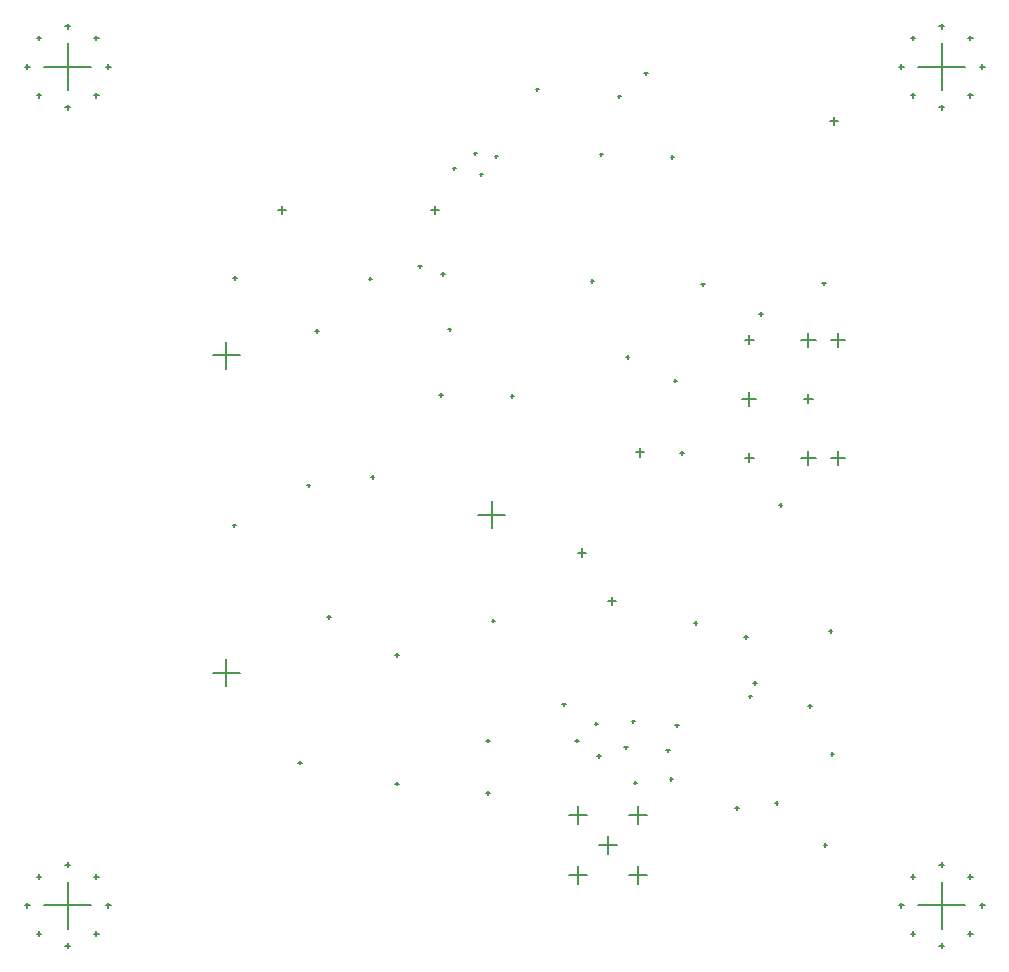
<source format=gbr>
%TF.GenerationSoftware,Altium Limited,Altium Designer,24.2.2 (26)*%
G04 Layer_Color=128*
%FSLAX45Y45*%
%MOMM*%
%TF.SameCoordinates,979FBE80-878B-4EC3-91C7-7055811A0E5A*%
%TF.FilePolarity,Positive*%
%TF.FileFunction,Drillmap*%
%TF.Part,Single*%
G01*
G75*
%TA.AperFunction,NonConductor*%
%ADD52C,0.12700*%
D52*
X14478000Y5905500D02*
X14706599D01*
X14592300Y5791200D02*
Y6019800D01*
X12227560Y4566920D02*
X12456160D01*
X12341860Y4452620D02*
Y4681220D01*
X12227560Y7254240D02*
X12456160D01*
X12341860Y7139940D02*
Y7368540D01*
X14079221Y8483600D02*
X14145261D01*
X14112241Y8450580D02*
Y8516620D01*
X12783820Y8483600D02*
X12849860D01*
X12816840Y8450580D02*
Y8516620D01*
X10800000Y9700000D02*
X11200000D01*
X11000000Y9500000D02*
Y9900000D01*
X10800000Y2600000D02*
X11200000D01*
X11000000Y2400000D02*
Y2800000D01*
X18200000Y2600000D02*
X18600000D01*
X18400000Y2400000D02*
Y2800000D01*
X18200000Y9700000D02*
X18600000D01*
X18400000Y9500000D02*
Y9900000D01*
X17231619Y6888480D02*
X17311620D01*
X17271620Y6848480D02*
Y6928480D01*
X16731619Y7388480D02*
X16811620D01*
X16771620Y7348480D02*
Y7428480D01*
X16731619Y6388480D02*
X16811620D01*
X16771620Y6348480D02*
Y6428480D01*
X17461620Y6388480D02*
X17581619D01*
X17521620Y6328480D02*
Y6448480D01*
X17211620Y6388480D02*
X17331619D01*
X17271620Y6328480D02*
Y6448480D01*
X16711620Y6888480D02*
X16831619D01*
X16771620Y6828480D02*
Y6948480D01*
X17461620Y7388480D02*
X17581619D01*
X17521620Y7328480D02*
Y7448480D01*
X17211620Y7388480D02*
X17331619D01*
X17271620Y7328480D02*
Y7448480D01*
X15244279Y3365500D02*
X15398280D01*
X15321280Y3288500D02*
Y3442500D01*
X15752280Y3365500D02*
X15906281D01*
X15829280Y3288500D02*
Y3442500D01*
X15752280Y2857500D02*
X15906281D01*
X15829280Y2780500D02*
Y2934500D01*
X15244279Y2857500D02*
X15398280D01*
X15321280Y2780500D02*
Y2934500D01*
X15498280Y3111500D02*
X15652280D01*
X15575281Y3034500D02*
Y3188500D01*
X12395440Y5816600D02*
X12425440D01*
X12410440Y5801600D02*
Y5831600D01*
X10737213Y9942467D02*
X10777853D01*
X10757533Y9922147D02*
Y9962787D01*
X10636780Y9700000D02*
X10677420D01*
X10657100Y9679680D02*
Y9720320D01*
X10737213Y9457533D02*
X10777853D01*
X10757533Y9437213D02*
Y9477853D01*
X10979680Y9357100D02*
X11020320D01*
X11000000Y9336780D02*
Y9377420D01*
X11222147Y9457533D02*
X11262787D01*
X11242467Y9437213D02*
Y9477853D01*
X11322580Y9700000D02*
X11363220D01*
X11342900Y9679680D02*
Y9720320D01*
X11222147Y9942467D02*
X11262787D01*
X11242467Y9922147D02*
Y9962787D01*
X10979680Y10042900D02*
X11020320D01*
X11000000Y10022580D02*
Y10063220D01*
X10737213Y2842467D02*
X10777853D01*
X10757533Y2822147D02*
Y2862787D01*
X10636780Y2600000D02*
X10677420D01*
X10657100Y2579680D02*
Y2620320D01*
X10737213Y2357533D02*
X10777853D01*
X10757533Y2337213D02*
Y2377853D01*
X10979680Y2257100D02*
X11020320D01*
X11000000Y2236780D02*
Y2277420D01*
X11222147Y2357533D02*
X11262787D01*
X11242467Y2337213D02*
Y2377853D01*
X11322580Y2600000D02*
X11363220D01*
X11342900Y2579680D02*
Y2620320D01*
X11222147Y2842467D02*
X11262787D01*
X11242467Y2822147D02*
Y2862787D01*
X10979680Y2942900D02*
X11020320D01*
X11000000Y2922580D02*
Y2963220D01*
X18137213Y2842467D02*
X18177853D01*
X18157533Y2822147D02*
Y2862787D01*
X18036780Y2600000D02*
X18077420D01*
X18057100Y2579680D02*
Y2620320D01*
X18137213Y2357533D02*
X18177853D01*
X18157533Y2337213D02*
Y2377853D01*
X18379680Y2257100D02*
X18420320D01*
X18400000Y2236780D02*
Y2277420D01*
X18622147Y2357533D02*
X18662787D01*
X18642467Y2337213D02*
Y2377853D01*
X18722580Y2600000D02*
X18763220D01*
X18742900Y2579680D02*
Y2620320D01*
X18622147Y2842467D02*
X18662787D01*
X18642467Y2822147D02*
Y2862787D01*
X18379680Y2942900D02*
X18420320D01*
X18400000Y2922580D02*
Y2963220D01*
X18137213Y9942467D02*
X18177853D01*
X18157533Y9922147D02*
Y9962787D01*
X18036780Y9700000D02*
X18077420D01*
X18057100Y9679680D02*
Y9720320D01*
X18137213Y9457533D02*
X18177853D01*
X18157533Y9437213D02*
Y9477853D01*
X18379680Y9357100D02*
X18420320D01*
X18400000Y9336780D02*
Y9377420D01*
X18622147Y9457533D02*
X18662787D01*
X18642467Y9437213D02*
Y9477853D01*
X18722580Y9700000D02*
X18763220D01*
X18742900Y9679680D02*
Y9720320D01*
X18622147Y9942467D02*
X18662787D01*
X18642467Y9922147D02*
Y9962787D01*
X18379680Y10042900D02*
X18420320D01*
X18400000Y10022580D02*
Y10063220D01*
X14615401Y8940800D02*
X14645399D01*
X14630400Y8925800D02*
Y8955800D01*
X14437601Y8966200D02*
X14467599D01*
X14452600Y8951200D02*
Y8981200D01*
X14488400Y8788400D02*
X14518401D01*
X14503400Y8773400D02*
Y8803400D01*
X14259801Y8839200D02*
X14289799D01*
X14274800Y8824200D02*
Y8854200D01*
X17460201Y3881120D02*
X17490199D01*
X17475200Y3866120D02*
Y3896120D01*
X15811501Y6433820D02*
X15882620D01*
X15847060Y6398260D02*
Y6469380D01*
X16185120Y6428740D02*
X16215120D01*
X16200121Y6413740D02*
Y6443740D01*
X16096220Y3670300D02*
X16126221D01*
X16111220Y3655300D02*
Y3685300D01*
X15484081Y3863340D02*
X15514079D01*
X15499080Y3848340D02*
Y3878340D01*
X15461220Y4137660D02*
X15491220D01*
X15476221Y4122660D02*
Y4152660D01*
X15773640Y4155440D02*
X15803641D01*
X15788640Y4140440D02*
Y4170440D01*
X15791420Y3637280D02*
X15821420D01*
X15806419Y3622280D02*
Y3652280D01*
X16065739Y3911600D02*
X16095740D01*
X16080740Y3896600D02*
Y3926600D01*
X16144479Y4122420D02*
X16174480D01*
X16159480Y4107420D02*
Y4137420D01*
X15710139Y3937000D02*
X15740140D01*
X15725140Y3922000D02*
Y3952000D01*
X15298660Y3992880D02*
X15328661D01*
X15313660Y3977880D02*
Y4007880D01*
X15186900Y4300220D02*
X15216901D01*
X15201900Y4285220D02*
Y4315220D01*
X17444960Y4919980D02*
X17474960D01*
X17459959Y4904980D02*
Y4934980D01*
X16129240Y7040880D02*
X16159241D01*
X16144240Y7025880D02*
Y7055880D01*
X17386540Y7863840D02*
X17416541D01*
X17401540Y7848840D02*
Y7878840D01*
X16362920Y7856220D02*
X16392920D01*
X16377921Y7841220D02*
Y7871220D01*
X15725380Y7241540D02*
X15755380D01*
X15740379Y7226540D02*
Y7256540D01*
X15428200Y7886700D02*
X15458200D01*
X15443201Y7871700D02*
Y7901700D01*
X12403060Y7912100D02*
X12433060D01*
X12418060Y7897100D02*
Y7927100D01*
X14219160Y7475220D02*
X14249159D01*
X14234160Y7460220D02*
Y7490220D01*
X14160741Y7945120D02*
X14190739D01*
X14175740Y7930120D02*
Y7960120D01*
X13967700Y8008620D02*
X13997701D01*
X13982700Y7993620D02*
Y8023620D01*
X13548599Y7904480D02*
X13578600D01*
X13563600Y7889480D02*
Y7919480D01*
X13096480Y7459980D02*
X13126480D01*
X13111481Y7444980D02*
Y7474980D01*
X14145500Y6918960D02*
X14175500D01*
X14160500Y6903960D02*
Y6933960D01*
X14750020Y6911340D02*
X14780020D01*
X14765021Y6896340D02*
Y6926340D01*
X13025360Y6154420D02*
X13055360D01*
X13040359Y6139420D02*
Y6169420D01*
X13566380Y6225540D02*
X13596381D01*
X13581380Y6210540D02*
Y6240540D01*
X13195540Y5041900D02*
X13225540D01*
X13210539Y5026900D02*
Y5056900D01*
X13774660Y4719320D02*
X13804660D01*
X13789661Y4704320D02*
Y4734320D01*
X14589999Y5008880D02*
X14620000D01*
X14605000Y4993880D02*
Y5023880D01*
X12951700Y3807460D02*
X12981700D01*
X12966701Y3792460D02*
Y3822460D01*
X13774660Y3629660D02*
X13804660D01*
X13789661Y3614660D02*
Y3644660D01*
X14541740Y3992880D02*
X14571741D01*
X14556740Y3977880D02*
Y4007880D01*
X14541740Y3548380D02*
X14571741D01*
X14556740Y3533380D02*
Y3563380D01*
X16855679Y7604760D02*
X16885680D01*
X16870680Y7589760D02*
Y7619760D01*
X16301961Y4991100D02*
X16331960D01*
X16316960Y4976100D02*
Y5006100D01*
X17269701Y4287520D02*
X17299699D01*
X17284700Y4272520D02*
Y4302520D01*
X16103841Y8935720D02*
X16133839D01*
X16118840Y8920720D02*
Y8950720D01*
X17399240Y3108960D02*
X17429240D01*
X17414240Y3093960D02*
Y3123960D01*
X16764240Y4368800D02*
X16794240D01*
X16779240Y4353800D02*
Y4383800D01*
X16802341Y4480560D02*
X16832339D01*
X16817340Y4465560D02*
Y4495560D01*
X16726140Y4871720D02*
X16756140D01*
X16741141Y4856720D02*
Y4886720D01*
X16987759Y3464560D02*
X17017760D01*
X17002760Y3449560D02*
Y3479560D01*
X16652480Y3423920D02*
X16682480D01*
X16667480Y3408920D02*
Y3438920D01*
X17020779Y5989320D02*
X17050780D01*
X17035780Y5974320D02*
Y6004320D01*
X15321280Y5585460D02*
X15392400D01*
X15356841Y5549900D02*
Y5621020D01*
X15575281Y5173980D02*
X15646400D01*
X15610840Y5138420D02*
Y5209540D01*
X15656799Y9447800D02*
X15686800D01*
X15671800Y9432800D02*
Y9462800D01*
X15882860Y9641840D02*
X15912860D01*
X15897861Y9626840D02*
Y9656840D01*
X14960840Y9507220D02*
X14990840D01*
X14975841Y9492220D02*
Y9522220D01*
X15504401Y8956040D02*
X15534399D01*
X15519400Y8941040D02*
Y8971040D01*
X17452341Y9240520D02*
X17523460D01*
X17487900Y9204960D02*
Y9276080D01*
%TF.MD5,ae617c133d432909fd8cd7c8f215480d*%
M02*

</source>
